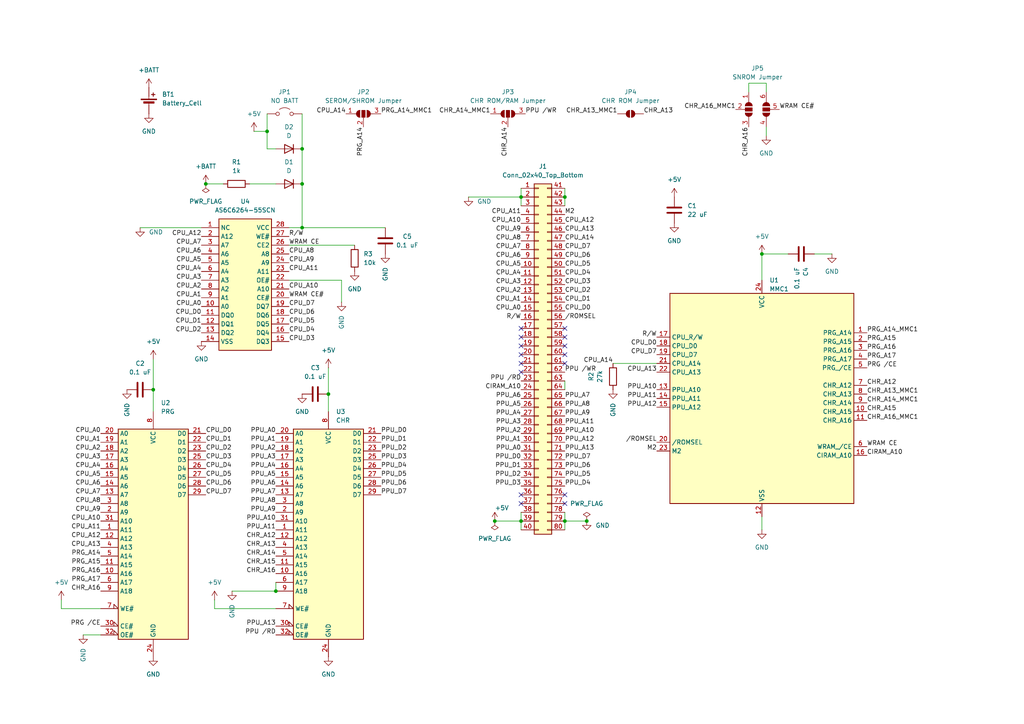
<source format=kicad_sch>
(kicad_sch (version 20250114) (generator "eeschema") (generator_version "9.0")
  (paper "A4")
  (lib_symbols
    (symbol "Connector_Generic:Conn_02x40_Top_Bottom" (pin_names (offset 1.016) (hide yes))
      (property "Reference" "J" (at 1.27 50.8 0))
      (property "Value" "Conn_02x40_Top_Bottom" (at 1.27 -53.34 0))
      (symbol "Conn_02x40_Top_Bottom_1_1"
        (rectangle (start -1.27 49.53) (end 3.81 -52.07) (stroke (width 0.254)) (fill (type background)))
        (rectangle (start -1.27 48.387) (end 0 48.133) (stroke (width 0.1524)))
        (rectangle (start -1.27 45.847) (end 0 45.593) (stroke (width 0.1524)))
        (rectangle (start -1.27 43.307) (end 0 43.053) (stroke (width 0.1524)))
        (rectangle (start -1.27 40.767) (end 0 40.513) (stroke (width 0.1524)))
        (rectangle (start -1.27 38.227) (end 0 37.973) (stroke (width 0.1524)))
        (rectangle (start -1.27 35.687) (end 0 35.433) (stroke (width 0.1524)))
        (rectangle (start -1.27 33.147) (end 0 32.893) (stroke (width 0.1524)))
        (rectangle (start -1.27 30.607) (end 0 30.353) (stroke (width 0.1524)))
        (rectangle (start -1.27 28.067) (end 0 27.813) (stroke (width 0.1524)))
        (rectangle (start -1.27 25.527) (end 0 25.273) (stroke (width 0.1524)))
        (rectangle (start -1.27 22.987) (end 0 22.733) (stroke (width 0.1524)))
        (rectangle (start -1.27 20.447) (end 0 20.193) (stroke (width 0.1524)))
        (rectangle (start -1.27 17.907) (end 0 17.653) (stroke (width 0.1524)))
        (rectangle (start -1.27 15.367) (end 0 15.113) (stroke (width 0.1524)))
        (rectangle (start -1.27 12.827) (end 0 12.573) (stroke (width 0.1524)))
        (rectangle (start -1.27 10.287) (end 0 10.033) (stroke (width 0.1524)))
        (rectangle (start -1.27 7.747) (end 0 7.493) (stroke (width 0.1524)))
        (rectangle (start -1.27 5.207) (end 0 4.953) (stroke (width 0.1524)))
        (rectangle (start -1.27 2.667) (end 0 2.413) (stroke (width 0.1524)))
        (rectangle (start -1.27 0.127) (end 0 -0.127) (stroke (width 0.1524)))
        (rectangle (start -1.27 -2.413) (end 0 -2.667) (stroke (width 0.1524)))
        (rectangle (start -1.27 -4.953) (end 0 -5.207) (stroke (width 0.1524)))
        (rectangle (start -1.27 -7.493) (end 0 -7.747) (stroke (width 0.1524)))
        (rectangle (start -1.27 -10.033) (end 0 -10.287) (stroke (width 0.1524)))
        (rectangle (start -1.27 -12.573) (end 0 -12.827) (stroke (width 0.1524)))
        (rectangle (start -1.27 -15.113) (end 0 -15.367) (stroke (width 0.1524)))
        (rectangle (start -1.27 -17.653) (end 0 -17.907) (stroke (width 0.1524)))
        (rectangle (start -1.27 -20.193) (end 0 -20.447) (stroke (width 0.1524)))
        (rectangle (start -1.27 -22.733) (end 0 -22.987) (stroke (width 0.1524)))
        (rectangle (start -1.27 -25.273) (end 0 -25.527) (stroke (width 0.1524)))
        (rectangle (start -1.27 -27.813) (end 0 -28.067) (stroke (width 0.1524)))
        (rectangle (start -1.27 -30.353) (end 0 -30.607) (stroke (width 0.1524)))
        (rectangle (start -1.27 -32.893) (end 0 -33.147) (stroke (width 0.1524)))
        (rectangle (start -1.27 -35.433) (end 0 -35.687) (stroke (width 0.1524)))
        (rectangle (start -1.27 -37.973) (end 0 -38.227) (stroke (width 0.1524)))
        (rectangle (start -1.27 -40.513) (end 0 -40.767) (stroke (width 0.1524)))
        (rectangle (start -1.27 -43.053) (end 0 -43.307) (stroke (width 0.1524)))
        (rectangle (start -1.27 -45.593) (end 0 -45.847) (stroke (width 0.1524)))
        (rectangle (start -1.27 -48.133) (end 0 -48.387) (stroke (width 0.1524)))
        (rectangle (start -1.27 -50.673) (end 0 -50.927) (stroke (width 0.1524)))
        (rectangle (start 3.81 48.387) (end 2.54 48.133) (stroke (width 0.1524)))
        (rectangle (start 3.81 45.847) (end 2.54 45.593) (stroke (width 0.1524)))
        (rectangle (start 3.81 43.307) (end 2.54 43.053) (stroke (width 0.1524)))
        (rectangle (start 3.81 40.767) (end 2.54 40.513) (stroke (width 0.1524)))
        (rectangle (start 3.81 38.227) (end 2.54 37.973) (stroke (width 0.1524)))
        (rectangle (start 3.81 35.687) (end 2.54 35.433) (stroke (width 0.1524)))
        (rectangle (start 3.81 33.147) (end 2.54 32.893) (stroke (width 0.1524)))
        (rectangle (start 3.81 30.607) (end 2.54 30.353) (stroke (width 0.1524)))
        (rectangle (start 3.81 28.067) (end 2.54 27.813) (stroke (width 0.1524)))
        (rectangle (start 3.81 25.527) (end 2.54 25.273) (stroke (width 0.1524)))
        (rectangle (start 3.81 22.987) (end 2.54 22.733) (stroke (width 0.1524)))
        (rectangle (start 3.81 20.447) (end 2.54 20.193) (stroke (width 0.1524)))
        (rectangle (start 3.81 17.907) (end 2.54 17.653) (stroke (width 0.1524)))
        (rectangle (start 3.81 15.367) (end 2.54 15.113) (stroke (width 0.1524)))
        (rectangle (start 3.81 12.827) (end 2.54 12.573) (stroke (width 0.1524)))
        (rectangle (start 3.81 10.287) (end 2.54 10.033) (stroke (width 0.1524)))
        (rectangle (start 3.81 7.747) (end 2.54 7.493) (stroke (width 0.1524)))
        (rectangle (start 3.81 5.207) (end 2.54 4.953) (stroke (width 0.1524)))
        (rectangle (start 3.81 2.667) (end 2.54 2.413) (stroke (width 0.1524)))
        (rectangle (start 3.81 0.127) (end 2.54 -0.127) (stroke (width 0.1524)))
        (rectangle (start 3.81 -2.413) (end 2.54 -2.667) (stroke (width 0.1524)))
        (rectangle (start 3.81 -4.953) (end 2.54 -5.207) (stroke (width 0.1524)))
        (rectangle (start 3.81 -7.493) (end 2.54 -7.747) (stroke (width 0.1524)))
        (rectangle (start 3.81 -10.033) (end 2.54 -10.287) (stroke (width 0.1524)))
        (rectangle (start 3.81 -12.573) (end 2.54 -12.827) (stroke (width 0.1524)))
        (rectangle (start 3.81 -15.113) (end 2.54 -15.367) (stroke (width 0.1524)))
        (rectangle (start 3.81 -17.653) (end 2.54 -17.907) (stroke (width 0.1524)))
        (rectangle (start 3.81 -20.193) (end 2.54 -20.447) (stroke (width 0.1524)))
        (rectangle (start 3.81 -22.733) (end 2.54 -22.987) (stroke (width 0.1524)))
        (rectangle (start 3.81 -25.273) (end 2.54 -25.527) (stroke (width 0.1524)))
        (rectangle (start 3.81 -27.813) (end 2.54 -28.067) (stroke (width 0.1524)))
        (rectangle (start 3.81 -30.353) (end 2.54 -30.607) (stroke (width 0.1524)))
        (rectangle (start 3.81 -32.893) (end 2.54 -33.147) (stroke (width 0.1524)))
        (rectangle (start 3.81 -35.433) (end 2.54 -35.687) (stroke (width 0.1524)))
        (rectangle (start 3.81 -37.973) (end 2.54 -38.227) (stroke (width 0.1524)))
        (rectangle (start 3.81 -40.513) (end 2.54 -40.767) (stroke (width 0.1524)))
        (rectangle (start 3.81 -43.053) (end 2.54 -43.307) (stroke (width 0.1524)))
        (rectangle (start 3.81 -45.593) (end 2.54 -45.847) (stroke (width 0.1524)))
        (rectangle (start 3.81 -48.133) (end 2.54 -48.387) (stroke (width 0.1524)))
        (rectangle (start 3.81 -50.673) (end 2.54 -50.927) (stroke (width 0.1524)))
        (pin passive line (at -5.08 48.26 0) (length 3.81) (name "Pin_1") (number "1"))
        (pin passive line (at -5.08 45.72 0) (length 3.81) (name "Pin_2") (number "2"))
        (pin passive line (at -5.08 43.18 0) (length 3.81) (name "Pin_3") (number "3"))
        (pin passive line (at -5.08 40.64 0) (length 3.81) (name "Pin_4") (number "4"))
        (pin passive line (at -5.08 38.1 0) (length 3.81) (name "Pin_5") (number "5"))
        (pin passive line (at -5.08 35.56 0) (length 3.81) (name "Pin_6") (number "6"))
        (pin passive line (at -5.08 33.02 0) (length 3.81) (name "Pin_7") (number "7"))
        (pin passive line (at -5.08 30.48 0) (length 3.81) (name "Pin_8") (number "8"))
        (pin passive line (at -5.08 27.94 0) (length 3.81) (name "Pin_9") (number "9"))
        (pin passive line (at -5.08 25.4 0) (length 3.81) (name "Pin_10") (number "10"))
        (pin passive line (at -5.08 22.86 0) (length 3.81) (name "Pin_11") (number "11"))
        (pin passive line (at -5.08 20.32 0) (length 3.81) (name "Pin_12") (number "12"))
        (pin passive line (at -5.08 17.78 0) (length 3.81) (name "Pin_13") (number "13"))
        (pin passive line (at -5.08 15.24 0) (length 3.81) (name "Pin_14") (number "14"))
        (pin passive line (at -5.08 12.7 0) (length 3.81) (name "Pin_15") (number "15"))
        (pin passive line (at -5.08 10.16 0) (length 3.81) (name "Pin_16") (number "16"))
        (pin passive line (at -5.08 7.62 0) (length 3.81) (name "Pin_17") (number "17"))
        (pin passive line (at -5.08 5.08 0) (length 3.81) (name "Pin_18") (number "18"))
        (pin passive line (at -5.08 2.54 0) (length 3.81) (name "Pin_19") (number "19"))
        (pin passive line (at -5.08 0 0) (length 3.81) (name "Pin_20") (number "20"))
        (pin passive line (at -5.08 -2.54 0) (length 3.81) (name "Pin_21") (number "21"))
        (pin passive line (at -5.08 -5.08 0) (length 3.81) (name "Pin_22") (number "22"))
        (pin passive line (at -5.08 -7.62 0) (length 3.81) (name "Pin_23") (number "23"))
        (pin passive line (at -5.08 -10.16 0) (length 3.81) (name "Pin_24") (number "24"))
        (pin passive line (at -5.08 -12.7 0) (length 3.81) (name "Pin_25") (number "25"))
        (pin passive line (at -5.08 -15.24 0) (length 3.81) (name "Pin_26") (number "26"))
        (pin passive line (at -5.08 -17.78 0) (length 3.81) (name "Pin_27") (number "27"))
        (pin passive line (at -5.08 -20.32 0) (length 3.81) (name "Pin_28") (number "28"))
        (pin passive line (at -5.08 -22.86 0) (length 3.81) (name "Pin_29") (number "29"))
        (pin passive line (at -5.08 -25.4 0) (length 3.81) (name "Pin_30") (number "30"))
        (pin passive line (at -5.08 -27.94 0) (length 3.81) (name "Pin_31") (number "31"))
        (pin passive line (at -5.08 -30.48 0) (length 3.81) (name "Pin_32") (number "32"))
        (pin passive line (at -5.08 -33.02 0) (length 3.81) (name "Pin_33") (number "33"))
        (pin passive line (at -5.08 -35.56 0) (length 3.81) (name "Pin_34") (number "34"))
        (pin passive line (at -5.08 -38.1 0) (length 3.81) (name "Pin_35") (number "35"))
        (pin passive line (at -5.08 -40.64 0) (length 3.81) (name "Pin_36") (number "36"))
        (pin passive line (at -5.08 -43.18 0) (length 3.81) (name "Pin_37") (number "37"))
        (pin passive line (at -5.08 -45.72 0) (length 3.81) (name "Pin_38") (number "38"))
        (pin passive line (at -5.08 -48.26 0) (length 3.81) (name "Pin_39") (number "39"))
        (pin passive line (at -5.08 -50.8 0) (length 3.81) (name "Pin_40") (number "40"))
        (pin passive line (at 7.62 48.26 180) (length 3.81) (name "Pin_41") (number "41"))
        (pin passive line (at 7.62 45.72 180) (length 3.81) (name "Pin_42") (number "42"))
        (pin passive line (at 7.62 43.18 180) (length 3.81) (name "Pin_43") (number "43"))
        (pin passive line (at 7.62 40.64 180) (length 3.81) (name "Pin_44") (number "44"))
        (pin passive line (at 7.62 38.1 180) (length 3.81) (name "Pin_45") (number "45"))
        (pin passive line (at 7.62 35.56 180) (length 3.81) (name "Pin_46") (number "46"))
        (pin passive line (at 7.62 33.02 180) (length 3.81) (name "Pin_47") (number "47"))
        (pin passive line (at 7.62 30.48 180) (length 3.81) (name "Pin_48") (number "48"))
        (pin passive line (at 7.62 27.94 180) (length 3.81) (name "Pin_49") (number "49"))
        (pin passive line (at 7.62 25.4 180) (length 3.81) (name "Pin_50") (number "50"))
        (pin passive line (at 7.62 22.86 180) (length 3.81) (name "Pin_51") (number "51"))
        (pin passive line (at 7.62 20.32 180) (length 3.81) (name "Pin_52") (number "52"))
        (pin passive line (at 7.62 17.78 180) (length 3.81) (name "Pin_53") (number "53"))
        (pin passive line (at 7.62 15.24 180) (length 3.81) (name "Pin_54") (number "54"))
        (pin passive line (at 7.62 12.7 180) (length 3.81) (name "Pin_55") (number "55"))
        (pin passive line (at 7.62 10.16 180) (length 3.81) (name "Pin_56") (number "56"))
        (pin passive line (at 7.62 7.62 180) (length 3.81) (name "Pin_57") (number "57"))
        (pin passive line (at 7.62 5.08 180) (length 3.81) (name "Pin_58") (number "58"))
        (pin passive line (at 7.62 2.54 180) (length 3.81) (name "Pin_59") (number "59"))
        (pin passive line (at 7.62 0 180) (length 3.81) (name "Pin_60") (number "60"))
        (pin passive line (at 7.62 -2.54 180) (length 3.81) (name "Pin_61") (number "61"))
        (pin passive line (at 7.62 -5.08 180) (length 3.81) (name "Pin_62") (number "62"))
        (pin passive line (at 7.62 -7.62 180) (length 3.81) (name "Pin_63") (number "63"))
        (pin passive line (at 7.62 -10.16 180) (length 3.81) (name "Pin_64") (number "64"))
        (pin passive line (at 7.62 -12.7 180) (length 3.81) (name "Pin_65") (number "65"))
        (pin passive line (at 7.62 -15.24 180) (length 3.81) (name "Pin_66") (number "66"))
        (pin passive line (at 7.62 -17.78 180) (length 3.81) (name "Pin_67") (number "67"))
        (pin passive line (at 7.62 -20.32 180) (length 3.81) (name "Pin_68") (number "68"))
        (pin passive line (at 7.62 -22.86 180) (length 3.81) (name "Pin_69") (number "69"))
        (pin passive line (at 7.62 -25.4 180) (length 3.81) (name "Pin_70") (number "70"))
        (pin passive line (at 7.62 -27.94 180) (length 3.81) (name "Pin_71") (number "71"))
        (pin passive line (at 7.62 -30.48 180) (length 3.81) (name "Pin_72") (number "72"))
        (pin passive line (at 7.62 -33.02 180) (length 3.81) (name "Pin_73") (number "73"))
        (pin passive line (at 7.62 -35.56 180) (length 3.81) (name "Pin_74") (number "74"))
        (pin passive line (at 7.62 -38.1 180) (length 3.81) (name "Pin_75") (number "75"))
        (pin passive line (at 7.62 -40.64 180) (length 3.81) (name "Pin_76") (number "76"))
        (pin passive line (at 7.62 -43.18 180) (length 3.81) (name "Pin_77") (number "77"))
        (pin passive line (at 7.62 -45.72 180) (length 3.81) (name "Pin_78") (number "78"))
        (pin passive line (at 7.62 -48.26 180) (length 3.81) (name "Pin_79") (number "79"))
        (pin passive line (at 7.62 -50.8 180) (length 3.81) (name "Pin_80") (number "80"))
      )
    )
    (symbol "Device:Battery_Cell" (pin_numbers (hide yes)) (pin_names (offset 0) (hide yes))
      (property "Reference" "BT" (at 2.54 2.54 0))
      (property "Value" "Battery_Cell" (at 2.54 0 0))
      (symbol "Battery_Cell_0_1"
        (rectangle (start -2.286 1.778) (end 2.286 1.524) (fill (type outline)))
        (rectangle (start -1.524 1.016) (end 1.524 0.508) (fill (type outline)))
        (polyline (pts (xy 0 1.778) (xy 0 2.54)))
        (polyline (pts (xy 0 0.762) (xy 0 0)))
        (polyline (pts (xy 0.762 3.048) (xy 1.778 3.048)) (stroke (width 0.254)))
        (polyline (pts (xy 1.27 3.556) (xy 1.27 2.54)) (stroke (width 0.254)))
      )
      (symbol "Battery_Cell_1_1"
        (pin passive line (at 0 5.08 270) (length 2.54) (name "+") (number "1"))
        (pin passive line (at 0 -2.54 90) (length 2.54) (name "-") (number "2"))
      )
    )
    (symbol "Device:C" (pin_numbers (hide yes)) (pin_names (offset 0.254))
      (property "Reference" "C" (at 0.635 2.54 0))
      (property "Value" "C" (at 0.635 -2.54 0))
      (symbol "C_0_1"
        (polyline (pts (xy -2.032 0.762) (xy 2.032 0.762)) (stroke (width 0.508)))
        (polyline (pts (xy -2.032 -0.762) (xy 2.032 -0.762)) (stroke (width 0.508)))
      )
      (symbol "C_1_1"
        (pin passive line (at 0 3.81 270) (length 2.794) (name "~") (number "1"))
        (pin passive line (at 0 -3.81 90) (length 2.794) (name "~") (number "2"))
      )
    )
    (symbol "Device:D" (pin_numbers (hide yes)) (pin_names (offset 1.016) (hide yes))
      (property "Reference" "D" (at 0 2.54 0))
      (property "Value" "D" (at 0 -2.54 0))
      (symbol "D_0_1"
        (polyline (pts (xy -1.27 1.27) (xy -1.27 -1.27)) (stroke (width 0.254)))
        (polyline (pts (xy 1.27 1.27) (xy 1.27 -1.27) (xy -1.27 0) (xy 1.27 1.27)) (stroke (width 0.254)))
        (polyline (pts (xy 1.27 0) (xy -1.27 0)))
      )
      (symbol "D_1_1"
        (pin passive line (at -3.81 0 0) (length 2.54) (name "K") (number "1"))
        (pin passive line (at 3.81 0 180) (length 2.54) (name "A") (number "2"))
      )
    )
    (symbol "Device:R" (pin_numbers (hide yes)) (pin_names (offset 0))
      (property "Reference" "R" (at 2.032 0 90))
      (property "Value" "R" (at 0 0 90))
      (symbol "R_0_1"
        (rectangle (start -1.016 -2.54) (end 1.016 2.54) (stroke (width 0.254)))
      )
      (symbol "R_1_1"
        (pin passive line (at 0 3.81 270) (length 1.27) (name "~") (number "1"))
        (pin passive line (at 0 -3.81 90) (length 1.27) (name "~") (number "2"))
      )
    )
    (symbol "Jumper:Jumper_2_Open" (pin_numbers (hide yes)) (pin_names (offset 0) (hide yes)) (exclude_from_sim yes)
      (property "Reference" "JP" (at 0 2.794 0))
      (property "Value" "Jumper_2_Open" (at 0 -2.286 0))
      (symbol "Jumper_2_Open_0_0"
        (circle (center -2.032 0) (radius 0.508))
        (circle (center 2.032 0) (radius 0.508))
      )
      (symbol "Jumper_2_Open_0_1"
        (arc (start -1.524 1.27) (mid 0 1.778) (end 1.524 1.27))
      )
      (symbol "Jumper_2_Open_1_1"
        (pin passive line (at -5.08 0 0) (length 2.54) (name "A") (number "1"))
        (pin passive line (at 5.08 0 180) (length 2.54) (name "B") (number "2"))
      )
    )
    (symbol "Jumper:SolderJumper_2_Open" (pin_numbers (hide yes)) (pin_names (offset 0) (hide yes)) (exclude_from_sim yes) (in_bom no)
      (property "Reference" "JP" (at 0 2.032 0))
      (property "Value" "SolderJumper_2_Open" (at 0 -2.54 0))
      (symbol "SolderJumper_2_Open_0_1"
        (polyline (pts (xy -0.254 1.016) (xy -0.254 -1.016)))
        (arc (start -0.254 -1.016) (mid -1.2656 0) (end -0.254 1.016))
        (arc (start -0.254 -1.016) (mid -1.2656 0) (end -0.254 1.016) (fill (type outline)))
        (arc (start 0.254 1.016) (mid 1.2656 0) (end 0.254 -1.016))
        (arc (start 0.254 1.016) (mid 1.2656 0) (end 0.254 -1.016) (fill (type outline)))
        (polyline (pts (xy 0.254 1.016) (xy 0.254 -1.016)))
      )
      (symbol "SolderJumper_2_Open_1_1"
        (pin passive line (at -3.81 0 0) (length 2.54) (name "A") (number "1"))
        (pin passive line (at 3.81 0 180) (length 2.54) (name "B") (number "2"))
      )
    )
    (symbol "Jumper:SolderJumper_3_Open" (pin_names (offset 0) (hide yes)) (exclude_from_sim yes) (in_bom no)
      (property "Reference" "JP" (at -2.54 -2.54 0))
      (property "Value" "SolderJumper_3_Open" (at 0 2.794 0))
      (symbol "SolderJumper_3_Open_0_1"
        (polyline (pts (xy -2.54 0) (xy -2.032 0)))
        (polyline (pts (xy -1.016 1.016) (xy -1.016 -1.016)))
        (arc (start -1.016 -1.016) (mid -2.0276 0) (end -1.016 1.016))
        (arc (start -1.016 -1.016) (mid -2.0276 0) (end -1.016 1.016) (fill (type outline)))
        (rectangle (start -0.508 1.016) (end 0.508 -1.016) (fill (type outline)))
        (polyline (pts (xy 0 -1.27) (xy 0 -1.016)))
        (arc (start 1.016 1.016) (mid 2.0276 0) (end 1.016 -1.016))
        (arc (start 1.016 1.016) (mid 2.0276 0) (end 1.016 -1.016) (fill (type outline)))
        (polyline (pts (xy 1.016 1.016) (xy 1.016 -1.016)))
        (polyline (pts (xy 2.54 0) (xy 2.032 0)))
      )
      (symbol "SolderJumper_3_Open_1_1"
        (pin passive line (at -5.08 0 0) (length 2.54) (name "A") (number "1"))
        (pin passive line (at 0 -3.81 90) (length 2.54) (name "C") (number "2"))
        (pin passive line (at 5.08 0 180) (length 2.54) (name "B") (number "3"))
      )
    )
    (symbol "TNY-SKROM:AS6C6264-55SCN"
      (property "Reference" "U" (at 21.59 7.62 0))
      (property "Value" "AS6C6264-55SCN" (at 21.59 5.08 0))
      (symbol "AS6C6264-55SCN_1_1"
        (rectangle (start 5.08 2.54) (end 20.32 -35.56) (stroke (width 0.254)) (fill (type background)))
        (pin power_in line (at 0 0 0) (length 5.08) (name "NC") (number "1"))
        (pin passive line (at 0 -2.54 0) (length 5.08) (name "A12") (number "2"))
        (pin passive line (at 0 -5.08 0) (length 5.08) (name "A7") (number "3"))
        (pin passive line (at 0 -7.62 0) (length 5.08) (name "A6") (number "4"))
        (pin passive line (at 0 -10.16 0) (length 5.08) (name "A5") (number "5"))
        (pin passive line (at 0 -12.7 0) (length 5.08) (name "A4") (number "6"))
        (pin passive line (at 0 -15.24 0) (length 5.08) (name "A3") (number "7"))
        (pin passive line (at 0 -17.78 0) (length 5.08) (name "A2") (number "8"))
        (pin passive line (at 0 -20.32 0) (length 5.08) (name "A1") (number "9"))
        (pin passive line (at 0 -22.86 0) (length 5.08) (name "A0") (number "10"))
        (pin passive line (at 0 -25.4 0) (length 5.08) (name "DQ0") (number "11"))
        (pin passive line (at 0 -27.94 0) (length 5.08) (name "DQ1") (number "12"))
        (pin passive line (at 0 -30.48 0) (length 5.08) (name "DQ2") (number "13"))
        (pin passive line (at 0 -33.02 0) (length 5.08) (name "VSS") (number "14"))
        (pin passive line (at 25.4 0 180) (length 5.08) (name "VCC") (number "28"))
        (pin passive line (at 25.4 -2.54 180) (length 5.08) (name "WE#") (number "27"))
        (pin passive line (at 25.4 -5.08 180) (length 5.08) (name "CE2") (number "26"))
        (pin passive line (at 25.4 -7.62 180) (length 5.08) (name "A8") (number "25"))
        (pin passive line (at 25.4 -10.16 180) (length 5.08) (name "A9") (number "24"))
        (pin passive line (at 25.4 -12.7 180) (length 5.08) (name "A11") (number "23"))
        (pin passive line (at 25.4 -15.24 180) (length 5.08) (name "OE#") (number "22"))
        (pin passive line (at 25.4 -17.78 180) (length 5.08) (name "A10") (number "21"))
        (pin passive line (at 25.4 -20.32 180) (length 5.08) (name "CE#") (number "20"))
        (pin passive line (at 25.4 -22.86 180) (length 5.08) (name "DQ7") (number "19"))
        (pin passive line (at 25.4 -25.4 180) (length 5.08) (name "DQ6") (number "18"))
        (pin passive line (at 25.4 -27.94 180) (length 5.08) (name "DQ5") (number "17"))
        (pin passive line (at 25.4 -30.48 180) (length 5.08) (name "DQ4") (number "16"))
        (pin passive line (at 25.4 -33.02 180) (length 5.08) (name "DQ3") (number "15"))
      )
    )
    (symbol "TNY-SKROM:MMC1"
      (property "Reference" "U" (at -22.86 32.004 0))
      (symbol "MMC1_0_1"
        (rectangle (start -26.67 30.48) (end 26.67 -30.48) (stroke (width 0.254)) (fill (type background)))
      )
      (symbol "MMC1_1_1"
        (pin input line (at -30.48 17.78 0) (length 3.81) (name "CPU_R/W") (number "17"))
        (pin input line (at -30.48 15.24 0) (length 3.81) (name "CPU_D0") (number "18"))
        (pin input line (at -30.48 12.7 0) (length 3.81) (name "CPU_D7") (number "19"))
        (pin input line (at -30.48 10.16 0) (length 3.81) (name "CPU_A14") (number "21"))
        (pin input line (at -30.48 7.62 0) (length 3.81) (name "CPU_A13") (number "22"))
        (pin input line (at -30.48 2.54 0) (length 3.81) (name "PPU_A10") (number "13"))
        (pin input line (at -30.48 0 0) (length 3.81) (name "PPU_A11") (number "14"))
        (pin input line (at -30.48 -2.54 0) (length 3.81) (name "PPU_A12") (number "15"))
        (pin input line (at -30.48 -12.7 0) (length 3.81) (name "/ROMSEL") (number "20"))
        (pin input line (at -30.48 -15.24 0) (length 3.81) (name "M2") (number "23"))
        (pin power_in line (at 0 34.29 270) (length 3.81) (name "VCC") (number "24"))
        (pin power_in line (at 0 -34.29 90) (length 3.81) (name "VSS") (number "12"))
        (pin output line (at 30.48 19.05 180) (length 3.81) (name "PRG_A14") (number "1"))
        (pin output line (at 30.48 16.51 180) (length 3.81) (name "PRG_A15") (number "2"))
        (pin output line (at 30.48 13.97 180) (length 3.81) (name "PRG_A16") (number "3"))
        (pin output line (at 30.48 11.43 180) (length 3.81) (name "PRG_A17") (number "4"))
        (pin output line (at 30.48 8.89 180) (length 3.81) (name "PRG_/CE") (number "5"))
        (pin output line (at 30.48 3.81 180) (length 3.81) (name "CHR_A12") (number "7"))
        (pin output line (at 30.48 1.27 180) (length 3.81) (name "CHR_A13") (number "8"))
        (pin output line (at 30.48 -1.27 180) (length 3.81) (name "CHR_A14") (number "9"))
        (pin output line (at 30.48 -3.81 180) (length 3.81) (name "CHR_A15") (number "10"))
        (pin output line (at 30.48 -6.35 180) (length 3.81) (name "CHR_A16") (number "11"))
        (pin output line (at 30.48 -13.97 180) (length 3.81) (name "WRAM_/CE") (number "6"))
        (pin output line (at 30.48 -16.51 180) (length 3.81) (name "CIRAM_A10") (number "16"))
      )
    )
    (symbol "TNY-SKROM:SST39SF040"
      (property "Reference" "U" (at 2.54 33.02 0))
      (property "Value" "SST39SF040" (at 0 -30.48 0))
      (symbol "SST39SF040_0_1"
        (rectangle (start -10.16 31.75) (end 10.16 -29.21) (stroke (width 0.254)) (fill (type background)))
      )
      (symbol "SST39SF040_1_0"
        (pin power_in line (at 0 36.83 270) (length 5.08) (name "VCC") (number "8"))
        (pin power_in line (at 0 -34.29 90) (length 5.08) (name "GND") (number "24"))
      )
      (symbol "SST39SF040_1_1"
        (pin input line (at -15.24 30.48 0) (length 5.08) (name "A0") (number "20"))
        (pin input line (at -15.24 27.94 0) (length 5.08) (name "A1") (number "19"))
        (pin input line (at -15.24 25.4 0) (length 5.08) (name "A2") (number "18"))
        (pin input line (at -15.24 22.86 0) (length 5.08) (name "A3") (number "17"))
        (pin input line (at -15.24 20.32 0) (length 5.08) (name "A4") (number "16"))
        (pin input line (at -15.24 17.78 0) (length 5.08) (name "A5") (number "15"))
        (pin input line (at -15.24 15.24 0) (length 5.08) (name "A6") (number "14"))
        (pin input line (at -15.24 12.7 0) (length 5.08) (name "A7") (number "13"))
        (pin input line (at -15.24 10.16 0) (length 5.08) (name "A8") (number "3"))
        (pin input line (at -15.24 7.62 0) (length 5.08) (name "A9") (number "2"))
        (pin input line (at -15.24 5.08 0) (length 5.08) (name "A10") (number "31"))
        (pin input line (at -15.24 2.54 0) (length 5.08) (name "A11") (number "1"))
        (pin input line (at -15.24 0 0) (length 5.08) (name "A12") (number "12"))
        (pin input line (at -15.24 -2.54 0) (length 5.08) (name "A13") (number "4"))
        (pin input line (at -15.24 -5.08 0) (length 5.08) (name "A14") (number "5"))
        (pin input line (at -15.24 -7.62 0) (length 5.08) (name "A15") (number "11"))
        (pin input line (at -15.24 -10.16 0) (length 5.08) (name "A16") (number "10"))
        (pin input line (at -15.24 -12.7 0) (length 5.08) (name "A17") (number "6"))
        (pin input line (at -15.24 -15.24 0) (length 5.08) (name "A18") (number "9"))
        (pin input input_low (at -15.24 -20.32 0) (length 5.08) (name "WE#") (number "7"))
        (pin input input_low (at -15.24 -25.4 0) (length 5.08) (name "CE#") (number "30"))
        (pin input input_low (at -15.24 -27.94 0) (length 5.08) (name "OE#") (number "32"))
        (pin tri_state line (at 15.24 30.48 180) (length 5.08) (name "D0") (number "21"))
        (pin tri_state line (at 15.24 27.94 180) (length 5.08) (name "D1") (number "22"))
        (pin tri_state line (at 15.24 25.4 180) (length 5.08) (name "D2") (number "23"))
        (pin tri_state line (at 15.24 22.86 180) (length 5.08) (name "D3") (number "25"))
        (pin tri_state line (at 15.24 20.32 180) (length 5.08) (name "D4") (number "26"))
        (pin tri_state line (at 15.24 17.78 180) (length 5.08) (name "D5") (number "27"))
        (pin tri_state line (at 15.24 15.24 180) (length 5.08) (name "D6") (number "28"))
        (pin tri_state line (at 15.24 12.7 180) (length 5.08) (name "D7") (number "29"))
      )
    )
    (symbol "TNY-SKROM:SolderJumper_3_Open_Dual" (pin_names (offset 0) (hide yes)) (exclude_from_sim yes) (in_bom no)
      (property "Reference" "JP" (at -2.54 -2.54 0))
      (property "Value" "SolderJumper_3_Open_Dual" (at 0 2.794 0))
      (symbol "SolderJumper_3_Open_Dual_0_1"
        (polyline (pts (xy -2.54 5.08) (xy -2.032 5.08)))
        (polyline (pts (xy -2.54 0) (xy -2.032 0)))
        (polyline (pts (xy -1.016 4.064) (xy -1.016 6.096)))
        (polyline (pts (xy -1.016 1.016) (xy -1.016 -1.016)))
        (arc (start -1.016 4.064) (mid -2.0276 5.08) (end -1.016 6.096))
        (arc (start -1.016 4.064) (mid -2.0276 5.08) (end -1.016 6.096) (fill (type outline)))
        (arc (start -1.016 -1.016) (mid -2.0276 0) (end -1.016 1.016))
        (arc (start -1.016 -1.016) (mid -2.0276 0) (end -1.016 1.016) (fill (type outline)))
        (rectangle (start -0.508 1.016) (end 0.508 -1.016) (fill (type outline)))
        (polyline (pts (xy 0 6.35) (xy 0 6.096)))
        (polyline (pts (xy 0 -1.27) (xy 0 -1.016)))
        (rectangle (start 0.508 4.064) (end -0.508 6.096) (fill (type outline)))
        (arc (start 1.016 6.096) (mid 2.0276 5.08) (end 1.016 4.064))
        (arc (start 1.016 6.096) (mid 2.0276 5.08) (end 1.016 4.064) (fill (type outline)))
        (arc (start 1.016 1.016) (mid 2.0276 0) (end 1.016 -1.016))
        (arc (start 1.016 1.016) (mid 2.0276 0) (end 1.016 -1.016) (fill (type outline)))
        (polyline (pts (xy 1.016 4.064) (xy 1.016 6.096)))
        (polyline (pts (xy 1.016 1.016) (xy 1.016 -1.016)))
        (polyline (pts (xy 2.54 5.08) (xy 2.032 5.08)))
        (polyline (pts (xy 2.54 0) (xy 2.032 0)))
      )
      (symbol "SolderJumper_3_Open_Dual_1_1"
        (pin passive line (at -5.08 5.08 0) (length 2.54) (name "B") (number "6"))
        (pin passive line (at -5.08 0 0) (length 2.54) (name "A") (number "1"))
        (pin passive line (at 0 8.89 270) (length 2.54) (name "C") (number "5"))
        (pin passive line (at 0 -3.81 90) (length 2.54) (name "C") (number "2"))
        (pin passive line (at 5.08 5.08 180) (length 2.54) (name "A") (number "4"))
        (pin passive line (at 5.08 0 180) (length 2.54) (name "B") (number "3"))
      )
    )
    (symbol "power:+5V" (power) (pin_numbers (hide yes)) (pin_names (offset 0) (hide yes))
      (property "Value" "+5V" (at 0 3.556 0))
      (symbol "+5V_0_1"
        (polyline (pts (xy -0.762 1.27) (xy 0 2.54)))
        (polyline (pts (xy 0 2.54) (xy 0.762 1.27)))
        (polyline (pts (xy 0 0) (xy 0 2.54)))
      )
      (symbol "+5V_1_1"
        (pin power_in line (at 0 0 90) (length 0) (name "~") (number "1"))
      )
    )
    (symbol "power:+BATT" (power) (pin_numbers (hide yes)) (pin_names (offset 0) (hide yes))
      (property "Value" "+BATT" (at 0 3.556 0))
      (symbol "+BATT_0_1"
        (polyline (pts (xy -0.762 1.27) (xy 0 2.54)))
        (polyline (pts (xy 0 2.54) (xy 0.762 1.27)))
        (polyline (pts (xy 0 0) (xy 0 2.54)))
      )
      (symbol "+BATT_1_1"
        (pin power_in line (at 0 0 90) (length 0) (name "~") (number "1"))
      )
    )
    (symbol "power:GND" (power) (pin_numbers (hide yes)) (pin_names (offset 0) (hide yes))
      (property "Value" "GND" (at 0 -3.81 0))
      (symbol "GND_0_1"
        (polyline (pts (xy 0 0) (xy 0 -1.27) (xy 1.27 -1.27) (xy 0 -2.54) (xy -1.27 -1.27) (xy 0 -1.27)))
      )
      (symbol "GND_1_1"
        (pin power_in line (at 0 0 270) (length 0) (name "~") (number "1"))
      )
    )
    (symbol "power:PWR_FLAG" (power) (pin_numbers (hide yes)) (pin_names (offset 0) (hide yes))
      (property "Value" "PWR_FLAG" (at 0 3.81 0))
      (symbol "PWR_FLAG_0_0"
        (pin power_out line (at 0 0 90) (length 0) (name "~") (number "1"))
      )
      (symbol "PWR_FLAG_0_1"
        (polyline (pts (xy 0 0) (xy 0 1.27) (xy -1.016 1.905) (xy 0 2.54) (xy 1.016 1.905) (xy 0 1.27)))
      )
    )
  )
  (junction (at 220.98 73.66))
  (junction (at 143.51 151.13))
  (junction (at 87.63 53.34))
  (junction (at 163.83 151.13))
  (junction (at 170.18 151.13))
  (junction (at 87.63 43.18))
  (junction (at 59.69 53.34))
  (junction (at 87.63 66.04))
  (junction (at 80.01 171.45))
  (junction (at 163.83 57.15))
  (junction (at 151.13 57.15))
  (junction (at 151.13 151.13))
  (junction (at 95.25 114.3))
  (junction (at 77.47 38.1))
  (junction (at 44.45 113.03))
  (no_connect (at 151.13 143.51))
  (no_connect (at 151.13 105.41))
  (no_connect (at 163.83 143.51))
  (no_connect (at 163.83 95.25))
  (no_connect (at 151.13 107.95))
  (no_connect (at 163.83 102.87))
  (no_connect (at 163.83 97.79))
  (no_connect (at 151.13 100.33))
  (no_connect (at 151.13 95.25))
  (no_connect (at 151.13 97.79))
  (no_connect (at 151.13 146.05))
  (no_connect (at 163.83 146.05))
  (no_connect (at 163.83 105.41))
  (no_connect (at 151.13 102.87))
  (no_connect (at 163.83 100.33))
  (wire (pts (xy 73.66 38.1) (xy 77.47 38.1)))
  (wire (pts (xy 220.98 73.66) (xy 220.98 81.28)))
  (wire (pts (xy 217.17 26.67) (xy 217.17 24.13)))
  (wire (pts (xy 40.64 66.04) (xy 58.42 66.04)))
  (wire (pts (xy 163.83 110.49) (xy 163.83 113.03)))
  (wire (pts (xy 87.63 33.02) (xy 87.63 43.18)))
  (wire (pts (xy 163.83 148.59) (xy 163.83 151.13)))
  (wire (pts (xy 83.82 81.28) (xy 99.06 81.28)))
  (wire (pts (xy 80.01 168.91) (xy 80.01 171.45)))
  (wire (pts (xy 17.78 173.99) (xy 17.78 176.53)))
  (wire (pts (xy 151.13 57.15) (xy 151.13 59.69)))
  (wire (pts (xy 135.89 57.15) (xy 151.13 57.15)))
  (wire (pts (xy 95.25 114.3) (xy 95.25 119.38)))
  (wire (pts (xy 87.63 53.34) (xy 87.63 66.04)))
  (wire (pts (xy 87.63 66.04) (xy 111.76 66.04)))
  (wire (pts (xy 163.83 54.61) (xy 163.83 57.15)))
  (wire (pts (xy 44.45 113.03) (xy 44.45 119.38)))
  (wire (pts (xy 220.98 73.66) (xy 228.6 73.66)))
  (wire (pts (xy 44.45 104.14) (xy 44.45 113.03)))
  (wire (pts (xy 143.51 151.13) (xy 151.13 151.13)))
  (wire (pts (xy 62.23 176.53) (xy 62.23 173.99)))
  (wire (pts (xy 99.06 81.28) (xy 99.06 87.63)))
  (wire (pts (xy 80.01 43.18) (xy 77.47 43.18)))
  (wire (pts (xy 17.78 176.53) (xy 29.21 176.53)))
  (wire (pts (xy 67.31 171.45) (xy 80.01 171.45)))
  (wire (pts (xy 163.83 57.15) (xy 163.83 59.69)))
  (wire (pts (xy 177.8 105.41) (xy 190.5 105.41)))
  (wire (pts (xy 222.25 36.83) (xy 222.25 39.37)))
  (wire (pts (xy 72.39 53.34) (xy 80.01 53.34)))
  (wire (pts (xy 236.22 73.66) (xy 241.3 73.66)))
  (wire (pts (xy 83.82 71.12) (xy 102.87 71.12)))
  (wire (pts (xy 220.98 149.86) (xy 220.98 153.67)))
  (wire (pts (xy 95.25 106.68) (xy 95.25 114.3)))
  (wire (pts (xy 151.13 151.13) (xy 151.13 153.67)))
  (wire (pts (xy 87.63 43.18) (xy 87.63 53.34)))
  (wire (pts (xy 151.13 148.59) (xy 151.13 151.13)))
  (wire (pts (xy 163.83 151.13) (xy 170.18 151.13)))
  (wire (pts (xy 151.13 54.61) (xy 151.13 57.15)))
  (wire (pts (xy 83.82 66.04) (xy 87.63 66.04)))
  (wire (pts (xy 77.47 43.18) (xy 77.47 38.1)))
  (wire (pts (xy 163.83 151.13) (xy 163.83 153.67)))
  (wire (pts (xy 80.01 176.53) (xy 62.23 176.53)))
  (wire (pts (xy 217.17 24.13) (xy 222.25 24.13)))
  (wire (pts (xy 222.25 24.13) (xy 222.25 26.67)))
  (wire (pts (xy 24.13 184.15) (xy 29.21 184.15)))
  (wire (pts (xy 77.47 38.1) (xy 77.47 33.02)))
  (wire (pts (xy 59.69 53.34) (xy 64.77 53.34)))
  (label "CPU_D7" (at 59.69 143.51 0))
  (label "PPU_A12" (at 190.5 118.11 180))
  (label "PPU_A10" (at 190.5 113.03 180))
  (label "CPU_D2" (at 59.69 130.81 0))
  (label "CPU_A0" (at 58.42 88.9 180))
  (label "CPU_D0" (at 163.83 90.17 0))
  (label "CPU_A11" (at 83.82 78.74 0))
  (label "PRG {slash}CE" (at 251.46 106.68 0))
  (label "CPU_A6" (at 29.21 140.97 180))
  (label "PPU_D1" (at 110.49 128.27 0))
  (label "CPU_A1" (at 29.21 128.27 180))
  (label "CPU_A7" (at 151.13 72.39 180))
  (label "PPU {slash}RD" (at 151.13 110.49 180))
  (label "PPU_D4" (at 110.49 135.89 0))
  (label "PPU_D7" (at 163.83 133.35 0))
  (label "CHR_A13_MMC1" (at 179.07 33.02 180))
  (label "CPU_D3" (at 163.83 82.55 0))
  (label "CHR_A16" (at 217.17 36.83 270))
  (label "WRAM CE" (at 83.82 71.12 0))
  (label "CHR_A12" (at 80.01 156.21 180))
  (label "CPU_A1" (at 151.13 87.63 180))
  (label "CPU_D1" (at 59.69 128.27 0))
  (label "CPU_A12" (at 29.21 156.21 180))
  (label "PRG_A15" (at 29.21 163.83 180))
  (label "PPU_D7" (at 110.49 143.51 0))
  (label "CPU_A12" (at 163.83 64.77 0))
  (label "PRG_A14_MMC1" (at 110.49 33.02 0))
  (label "CHR_A13_MMC1" (at 251.46 114.3 0))
  (label "PPU {slash}WR" (at 163.83 107.95 0))
  (label "PRG_A15" (at 251.46 99.06 0))
  (label "PPU_A5" (at 80.01 138.43 180))
  (label "CPU_A11" (at 151.13 62.23 180))
  (label "WRAM CE#" (at 226.06 31.75 0))
  (label "PPU_A11" (at 80.01 153.67 180))
  (label "CPU_A4" (at 151.13 80.01 180))
  (label "CPU_D2" (at 163.83 85.09 0))
  (label "CHR_A14_MMC1" (at 251.46 116.84 0))
  (label "PPU_A13" (at 80.01 181.61 180))
  (label "CPU_A8" (at 83.82 73.66 0))
  (label "CPU_D6" (at 163.83 74.93 0))
  (label "PPU_A6" (at 80.01 140.97 180))
  (label "PPU_A9" (at 163.83 120.65 0))
  (label "PRG {slash}CE" (at 29.21 181.61 180))
  (label "CHR_A12" (at 251.46 111.76 0))
  (label "PPU_D0" (at 151.13 133.35 180))
  (label "PRG_A14_MMC1" (at 251.46 96.52 0))
  (label "CPU_A2" (at 58.42 83.82 180))
  (label "PPU_A5" (at 151.13 118.11 180))
  (label "CHR_A14" (at 80.01 161.29 180))
  (label "CPU_D5" (at 163.83 77.47 0))
  (label "CHR_A16_MMC1" (at 251.46 121.92 0))
  (label "PPU_A7" (at 163.83 115.57 0))
  (label "PRG_A17" (at 251.46 104.14 0))
  (label "PPU_A7" (at 80.01 143.51 180))
  (label "CPU_A10" (at 83.82 83.82 0))
  (label "CPU_A13" (at 190.5 107.95 180))
  (label "PPU_A10" (at 80.01 151.13 180))
  (label "CPU_D2" (at 58.42 96.52 180))
  (label "CHR_A14" (at 147.32 36.83 270))
  (label "CHR_A13" (at 186.69 33.02 0))
  (label "PPU_A3" (at 80.01 133.35 180))
  (label "CPU_D6" (at 83.82 91.44 0))
  (label "PPU_D2" (at 151.13 138.43 180))
  (label "PPU_A1" (at 151.13 128.27 180))
  (label "PRG_A14" (at 105.41 36.83 270))
  (label "CPU_A9" (at 151.13 67.31 180))
  (label "PPU_A8" (at 163.83 118.11 0))
  (label "PPU {slash}RD" (at 80.01 184.15 180))
  (label "M2" (at 190.5 130.81 180))
  (label "CPU_D3" (at 59.69 133.35 0))
  (label "CPU_A1" (at 58.42 86.36 180))
  (label "CIRAM_A10" (at 151.13 113.03 180))
  (label "PPU_D5" (at 163.83 138.43 0))
  (label "PPU_D2" (at 110.49 130.81 0))
  (label "CPU_A6" (at 58.42 73.66 180))
  (label "CPU_A10" (at 29.21 151.13 180))
  (label "R{slash}W" (at 190.5 97.79 180))
  (label "R{slash}W" (at 151.13 92.71 180))
  (label "PPU_A9" (at 80.01 148.59 180))
  (label "CPU_A8" (at 29.21 146.05 180))
  (label "PPU_D3" (at 151.13 140.97 180))
  (label "CPU_A7" (at 58.42 71.12 180))
  (label "CPU_D6" (at 59.69 140.97 0))
  (label "PPU_A11" (at 190.5 115.57 180))
  (label "PPU {slash}WR" (at 152.4 33.02 0))
  (label "PPU_A12" (at 163.83 128.27 0))
  (label "CPU_A7" (at 29.21 143.51 180))
  (label "PPU_D5" (at 110.49 138.43 0))
  (label "CPU_D4" (at 163.83 80.01 0))
  (label "PPU_D4" (at 163.83 140.97 0))
  (label "CPU_A4" (at 29.21 135.89 180))
  (label "CPU_D0" (at 190.5 100.33 180))
  (label "CPU_A10" (at 151.13 64.77 180))
  (label "M2" (at 163.83 62.23 0))
  (label "CPU_A9" (at 29.21 148.59 180))
  (label "CPU_A2" (at 29.21 130.81 180))
  (label "CPU_A12" (at 58.42 68.58 180))
  (label "CHR_A14_MMC1" (at 142.24 33.02 180))
  (label "CPU_D0" (at 58.42 91.44 180))
  (label "CPU_A14" (at 177.8 105.41 180))
  (label "CPU_A3" (at 151.13 82.55 180))
  (label "CPU_A5" (at 151.13 77.47 180))
  (label "WRAM CE" (at 251.46 129.54 0))
  (label "PPU_D0" (at 110.49 125.73 0))
  (label "PPU_A11" (at 163.83 123.19 0))
  (label "PPU_A2" (at 151.13 125.73 180))
  (label "CPU_A13" (at 163.83 67.31 0))
  (label "CPU_D0" (at 59.69 125.73 0))
  (label "CPU_D5" (at 59.69 138.43 0))
  (label "CPU_D5" (at 83.82 93.98 0))
  (label "CPU_D7" (at 83.82 88.9 0))
  (label "CPU_A6" (at 151.13 74.93 180))
  (label "CPU_D1" (at 58.42 93.98 180))
  (label "PPU_D6" (at 110.49 140.97 0))
  (label "CPU_A9" (at 83.82 76.2 0))
  (label "PPU_D1" (at 151.13 135.89 180))
  (label "CPU_D4" (at 59.69 135.89 0))
  (label "PPU_A10" (at 163.83 125.73 0))
  (label "CPU_A3" (at 58.42 81.28 180))
  (label "PPU_A6" (at 151.13 115.57 180))
  (label "PPU_A4" (at 151.13 120.65 180))
  (label "CHR_A15" (at 251.46 119.38 0))
  (label "PPU_A4" (at 80.01 135.89 180))
  (label "CPU_D4" (at 83.82 96.52 0))
  (label "CPU_A8" (at 151.13 69.85 180))
  (label "PPU_A0" (at 80.01 125.73 180))
  (label "CPU_A14" (at 100.33 33.02 180))
  (label "CPU_D7" (at 163.83 72.39 0))
  (label "PPU_D3" (at 110.49 133.35 0))
  (label "CHR_A16" (at 29.21 171.45 180))
  (label "PRG_A16" (at 29.21 166.37 180))
  (label "CPU_A2" (at 151.13 85.09 180))
  (label "CPU_A0" (at 151.13 90.17 180))
  (label "CPU_A3" (at 29.21 133.35 180))
  (label "PPU_A2" (at 80.01 130.81 180))
  (label "WRAM CE#" (at 83.82 86.36 0))
  (label "CPU_A4" (at 58.42 78.74 180))
  (label "CHR_A16_MMC1" (at 213.36 31.75 180))
  (label "PPU_A3" (at 151.13 123.19 180))
  (label "CPU_A5" (at 58.42 76.2 180))
  (label "PPU_A0" (at 151.13 130.81 180))
  (label "PRG_A17" (at 29.21 168.91 180))
  (label "PPU_D6" (at 163.83 135.89 0))
  (label "CPU_A0" (at 29.21 125.73 180))
  (label "CIRAM_A10" (at 251.46 132.08 0))
  (label "{slash}ROMSEL" (at 190.5 128.27 180))
  (label "PRG_A14" (at 29.21 161.29 180))
  (label "{slash}ROMSEL" (at 163.83 92.71 0))
  (label "CPU_A13" (at 29.21 158.75 180))
  (label "CHR_A15" (at 80.01 163.83 180))
  (label "CPU_A5" (at 29.21 138.43 180))
  (label "CPU_A11" (at 29.21 153.67 180))
  (label "PPU_A1" (at 80.01 128.27 180))
  (label "CPU_D3" (at 83.82 99.06 0))
  (label "R{slash}W" (at 83.82 68.58 0))
  (label "PPU_A13" (at 163.83 130.81 0))
  (label "PRG_A16" (at 251.46 101.6 0))
  (label "CPU_D1" (at 163.83 87.63 0))
  (label "CPU_A14" (at 163.83 69.85 0))
  (label "CHR_A16" (at 80.01 166.37 180))
  (label "CPU_D7" (at 190.5 102.87 180))
  (label "CHR_A13" (at 80.01 158.75 180))
  (label "PPU_A8" (at 80.01 146.05 180))
  (symbol (lib_id "Jumper:SolderJumper_3_Open") (at 147.32 33.02 0) (unit 1) (exclude_from_sim yes) (in_bom no)
    (property "Reference" "JP3" (at 147.32 26.67 0))
    (property "Value" "CHR ROM/RAM Jumper" (at 147.32 29.21 0))
    (property "Footprint" "TNY_SKROM:CHR A14 Jumper" (effects (hide yes)))
    (property "Description" "Solder Jumper, 3-pole, open" (effects (hide yes)))
  )
  (symbol (lib_id "TNY-SKROM:SST39SF040") (at 95.25 156.21 0) (unit 1)
    (property "Reference" "U3" (at 97.4441 119.38 0) (effects (justify left)))
    (property "Value" "CHR" (at 97.4441 121.92 0) (effects (justify left)))
    (property "Footprint" "TNY_SKROM:TSOP-32" (effects (hide yes)))
    (property "Description" "Silicon Storage Technology (SSF) 512k x 8 Flash ROM" (effects (hide yes)))
  )
  (symbol (lib_id "power:GND") (at 195.58 64.77 0) (unit 1)
    (property "Reference" "#PWR010" (effects (hide yes)))
    (property "Value" "GND" (at 195.58 69.85 0))
    (property "Description" "Power symbol creates a global label with name \"GND\" , ground" (effects (hide yes)))
  )
  (symbol (lib_id "power:GND") (at 36.83 113.03 0) (unit 1)
    (property "Reference" "#PWR01" (effects (hide yes)))
    (property "Value" "GND" (at 36.8299 116.84 90) (effects (justify right)))
    (property "Description" "Power symbol creates a global label with name \"GND\" , ground" (effects (hide yes)))
  )
  (symbol (lib_id "power:PWR_FLAG") (at 170.18 151.13 0) (unit 1)
    (property "Reference" "#FLG02" (effects (hide yes)))
    (property "Value" "PWR_FLAG" (at 170.18 146.05 0))
    (property "Description" "Special symbol for telling ERC where power comes from" (effects (hide yes)))
  )
  (symbol (lib_id "power:GND") (at 87.63 114.3 0) (unit 1)
    (property "Reference" "#PWR02" (effects (hide yes)))
    (property "Value" "GND" (at 87.63 119.38 0))
    (property "Description" "Power symbol creates a global label with name \"GND\" , ground" (effects (hide yes)))
  )
  (symbol (lib_id "Device:Battery_Cell") (at 43.18 30.48 0) (unit 1)
    (property "Reference" "BT1" (at 46.99 27.3684 0) (effects (justify left)))
    (property "Value" "Battery_Cell" (at 46.99 29.9084 0) (effects (justify left)))
    (property "Footprint" "TNY_SKROM:Tabbed CR2016" (effects (hide yes)))
    (property "Description" "Single-cell battery" (effects (hide yes)))
  )
  (symbol (lib_id "Connector_Generic:Conn_02x40_Top_Bottom") (at 156.21 102.87 0) (unit 1)
    (property "Reference" "J1" (at 157.48 48.26 0))
    (property "Value" "Conn_02x40_Top_Bottom" (at 157.48 50.8 0))
    (property "Footprint" "TNY_SKROM:TNY-SKROM Edge Connector" (effects (hide yes)))
    (property "Description" "Generic connector, double row, 02x40, top/bottom pin numbering scheme (row 1: 1...pins_per_row, row2: pins_per_row+1 ... num_pins), script generated (kicad-library-utils/schlib/autogen/connector/)" (effects (hide yes)))
  )
  (symbol (lib_id "Device:C") (at 91.44 114.3 270) (unit 1)
    (property "Reference" "C3" (at 91.44 106.68 90))
    (property "Value" "0.1 uF" (at 91.44 109.22 90))
    (property "Footprint" "Capacitor_SMD:C_0603_1608Metric" (effects (hide yes)))
    (property "Description" "Unpolarized capacitor" (effects (hide yes)))
  )
  (symbol (lib_id "Device:R") (at 68.58 53.34 90) (unit 1)
    (property "Reference" "R1" (at 68.58 46.99 90))
    (property "Value" "1k" (at 68.58 49.53 90))
    (property "Footprint" "Resistor_SMD:R_0603_1608Metric" (effects (hide yes)))
    (property "Description" "Resistor" (effects (hide yes)))
  )
  (symbol (lib_id "power:PWR_FLAG") (at 143.51 151.13 180) (unit 1)
    (property "Reference" "#FLG01" (effects (hide yes)))
    (property "Value" "PWR_FLAG" (at 143.51 156.21 0))
    (property "Description" "Special symbol for telling ERC where power comes from" (effects (hide yes)))
  )
  (symbol (lib_id "power:GND") (at 135.89 57.15 0) (unit 1)
    (property "Reference" "#PWR012" (effects (hide yes)))
    (property "Value" "GND" (at 138.43 58.4199 0) (effects (justify left)))
    (property "Description" "Power symbol creates a global label with name \"GND\" , ground" (effects (hide yes)))
  )
  (symbol (lib_id "power:GND") (at 95.25 190.5 0) (unit 1)
    (property "Reference" "#PWR028" (effects (hide yes)))
    (property "Value" "GND" (at 95.25 195.58 0))
    (property "Description" "Power symbol creates a global label with name \"GND\" , ground" (effects (hide yes)))
  )
  (symbol (lib_id "power:GND") (at 67.31 171.45 0) (unit 1)
    (property "Reference" "#PWR031" (effects (hide yes)))
    (property "Value" "GND" (at 67.3099 175.26 90) (effects (justify right)))
    (property "Description" "Power symbol creates a global label with name \"GND\" , ground" (effects (hide yes)))
  )
  (symbol (lib_id "power:PWR_FLAG") (at 59.69 53.34 180) (unit 1)
    (property "Reference" "#FLG03" (effects (hide yes)))
    (property "Value" "PWR_FLAG" (at 59.69 58.42 0))
    (property "Description" "Special symbol for telling ERC where power comes from" (effects (hide yes)))
  )
  (symbol (lib_id "power:GND") (at 24.13 184.15 0) (unit 1)
    (property "Reference" "#PWR030" (effects (hide yes)))
    (property "Value" "GND" (at 24.1299 187.96 90) (effects (justify right)))
    (property "Description" "Power symbol creates a global label with name \"GND\" , ground" (effects (hide yes)))
  )
  (symbol (lib_id "power:+5V") (at 62.23 173.99 0) (unit 1)
    (property "Reference" "#PWR013" (effects (hide yes)))
    (property "Value" "+5V" (at 62.23 168.91 0))
    (property "Description" "Power symbol creates a global label with name \"+5V\"" (effects (hide yes)))
  )
  (symbol (lib_id "TNY-SKROM:AS6C6264-55SCN") (at 58.42 66.04 0) (unit 1)
    (property "Reference" "U4" (at 71.12 58.42 0))
    (property "Value" "AS6C6264-55SCN" (at 71.12 60.96 0))
    (property "Footprint" "TNY_SKROM:AS6C6264-55SCN" (effects (hide yes)))
    (property "Datasheet" "https://www.alliancememory.com/wp-content/uploads/pdf/Alliance%20Memory_64K_AS6C6264v2.0July2017.pdf" (effects (hide yes)))
    (property "Description" "SRAM 64K, 2.7-5.5V, 55ns 8K x 8 Asynch SRAM" (effects (hide yes)))
    (property "Height" "3.048" (effects (hide yes)))
    (property "Manufacturer_Name" "Alliance Memory" (effects (hide yes)))
    (property "Manufacturer_Part_Number" "AS6C6264-55SCN" (effects (hide yes)))
    (property "Mouser Part Number" "913-AS6C6264-55SCN" (effects (hide yes)))
    (property "Mouser Price/Stock" "https://www.mouser.co.uk/ProductDetail/Alliance-Memory/AS6C6264-55SCN?qs=LD2UibpCYJq5mmbqgDVBYw%3D%3D" (effects (hide yes)))
  )
  (symbol (lib_id "power:+5V") (at 195.58 57.15 0) (unit 1)
    (property "Reference" "#PWR09" (effects (hide yes)))
    (property "Value" "+5V" (at 195.58 52.07 0))
    (property "Description" "Power symbol creates a global label with name \"+5V\"" (effects (hide yes)))
  )
  (symbol (lib_id "power:+5V") (at 143.51 151.13 0) (unit 1)
    (property "Reference" "#PWR015" (effects (hide yes)))
    (property "Value" "+5V" (at 143.5101 147.32 0) (effects (justify left)))
    (property "Description" "Power symbol creates a global label with name \"+5V\"" (effects (hide yes)))
  )
  (symbol (lib_id "Device:R") (at 102.87 74.93 0) (unit 1)
    (property "Reference" "R3" (at 105.41 73.6599 0) (effects (justify left)))
    (property "Value" "10k" (at 105.41 76.1999 0) (effects (justify left)))
    (property "Footprint" "Resistor_SMD:R_0603_1608Metric" (effects (hide yes)))
    (property "Description" "Resistor" (effects (hide yes)))
  )
  (symbol (lib_id "power:GND") (at 40.64 66.04 0) (unit 1)
    (property "Reference" "#PWR020" (effects (hide yes)))
    (property "Value" "GND" (at 43.18 67.3099 0) (effects (justify left)))
    (property "Description" "Power symbol creates a global label with name \"GND\" , ground" (effects (hide yes)))
  )
  (symbol (lib_id "power:GND") (at 99.06 87.63 0) (unit 1)
    (property "Reference" "#PWR022" (effects (hide yes)))
    (property "Value" "GND" (at 99.0601 91.44 90) (effects (justify right)))
    (property "Description" "Power symbol creates a global label with name \"GND\" , ground" (effects (hide yes)))
  )
  (symbol (lib_id "power:+5V") (at 17.78 173.99 0) (unit 1)
    (property "Reference" "#PWR07" (effects (hide yes)))
    (property "Value" "+5V" (at 17.78 168.91 0))
    (property "Description" "Power symbol creates a global label with name \"+5V\"" (effects (hide yes)))
  )
  (symbol (lib_id "power:+5V") (at 73.66 38.1 0) (unit 1)
    (property "Reference" "#PWR06" (effects (hide yes)))
    (property "Value" "+5V" (at 73.66 33.02 0))
    (property "Description" "Power symbol creates a global label with name \"+5V\"" (effects (hide yes)))
  )
  (symbol (lib_id "TNY-SKROM:SolderJumper_3_Open_Dual") (at 217.17 31.75 270) (unit 1) (exclude_from_sim yes) (in_bom no)
    (property "Reference" "JP5" (at 219.71 19.812 90))
    (property "Value" "SNROM Jumper" (at 219.71 22.352 90))
    (property "Footprint" "TNY_SKROM:SNROM Jumper" (effects (hide yes)))
    (property "Description" "Solder Jumper, 3-pole, open" (effects (hide yes)))
  )
  (symbol (lib_id "power:GND") (at 102.87 78.74 0) (unit 1)
    (property "Reference" "#PWR033" (effects (hide yes)))
    (property "Value" "GND" (at 102.87 83.82 0))
    (property "Description" "Power symbol creates a global label with name \"GND\" , ground" (effects (hide yes)))
  )
  (symbol (lib_id "Device:C") (at 195.58 60.96 0) (unit 1)
    (property "Reference" "C1" (at 199.39 59.6899 0) (effects (justify left)))
    (property "Value" "22 uF" (at 199.39 62.2299 0) (effects (justify left)))
    (property "Footprint" "Capacitor_SMD:C_1206_3216Metric" (effects (hide yes)))
    (property "Description" "Unpolarized capacitor" (effects (hide yes)))
  )
  (symbol (lib_id "power:+BATT") (at 43.18 25.4 0) (unit 1)
    (property "Reference" "#PWR034" (effects (hide yes)))
    (property "Value" "+BATT" (at 43.18 20.32 0))
    (property "Description" "Power symbol creates a global label with name \"+BATT\"" (effects (hide yes)))
  )
  (symbol (lib_id "power:GND") (at 222.25 39.37 0) (unit 1)
    (property "Reference" "#PWR011" (effects (hide yes)))
    (property "Value" "GND" (at 222.25 44.45 0))
    (property "Description" "Power symbol creates a global label with name \"GND\" , ground" (effects (hide yes)))
  )
  (symbol (lib_id "power:GND") (at 111.76 73.66 0) (unit 1)
    (property "Reference" "#PWR04" (effects (hide yes)))
    (property "Value" "GND" (at 111.7601 77.47 90) (effects (justify right)))
    (property "Description" "Power symbol creates a global label with name \"GND\" , ground" (effects (hide yes)))
  )
  (symbol (lib_id "Device:D") (at 83.82 53.34 180) (unit 1)
    (property "Reference" "D1" (at 83.82 46.99 0))
    (property "Value" "D" (at 83.82 49.53 0))
    (property "Footprint" "TNY_SKROM:D_SOD-123" (effects (hide yes)))
    (property "Description" "Diode" (effects (hide yes)))
    (property "Sim.Device" "D" (effects (hide yes)))
    (property "Sim.Pins" "1=K 2=A" (effects (hide yes)))
  )
  (symbol (lib_id "Device:C") (at 232.41 73.66 270) (unit 1)
    (property "Reference" "C4" (at 233.6801 77.47 0) (effects (justify left)))
    (property "Value" "0.1 uF" (at 231.1401 77.47 0) (effects (justify left)))
    (property "Footprint" "Capacitor_SMD:C_0603_1608Metric" (effects (hide yes)))
    (property "Description" "Unpolarized capacitor" (effects (hide yes)))
  )
  (symbol (lib_id "power:GND") (at 220.98 153.67 0) (unit 1)
    (property "Reference" "#PWR023" (effects (hide yes)))
    (property "Value" "GND" (at 220.98 158.75 0))
    (property "Description" "Power symbol creates a global label with name \"GND\" , ground" (effects (hide yes)))
  )
  (symbol (lib_id "power:GND") (at 177.8 113.03 0) (unit 1)
    (property "Reference" "#PWR08" (effects (hide yes)))
    (property "Value" "GND" (at 177.7999 116.84 90) (effects (justify right)))
    (property "Description" "Power symbol creates a global label with name \"GND\" , ground" (effects (hide yes)))
  )
  (symbol (lib_id "Device:R") (at 177.8 109.22 0) (unit 1)
    (property "Reference" "R2" (at 171.45 109.22 90))
    (property "Value" "27k" (at 173.99 109.22 90))
    (property "Footprint" "Resistor_SMD:R_0603_1608Metric" (effects (hide yes)))
    (property "Description" "Resistor" (effects (hide yes)))
  )
  (symbol (lib_id "power:+5V") (at 220.98 73.66 0) (unit 1)
    (property "Reference" "#PWR025" (effects (hide yes)))
    (property "Value" "+5V" (at 220.98 68.58 0))
    (property "Description" "Power symbol creates a global label with name \"+5V\"" (effects (hide yes)))
  )
  (symbol (lib_id "Jumper:SolderJumper_3_Open") (at 105.41 33.02 0) (unit 1) (exclude_from_sim yes) (in_bom no)
    (property "Reference" "JP2" (at 105.41 26.67 0))
    (property "Value" "SEROM/SHROM Jumper" (at 105.41 29.21 0))
    (property "Footprint" "TNY_SKROM:SEROM_SHROM Jumper" (effects (hide yes)))
    (property "Description" "Solder Jumper, 3-pole, open" (effects (hide yes)))
  )
  (symbol (lib_id "Device:C") (at 40.64 113.03 90) (unit 1)
    (property "Reference" "C2" (at 40.64 105.41 90))
    (property "Value" "0.1 uF" (at 40.64 107.95 90))
    (property "Footprint" "Capacitor_SMD:C_0603_1608Metric" (effects (hide yes)))
    (property "Description" "Unpolarized capacitor" (effects (hide yes)))
  )
  (symbol (lib_id "power:+5V") (at 95.25 106.68 0) (unit 1)
    (property "Reference" "#PWR026" (effects (hide yes)))
    (property "Value" "+5V" (at 95.25 101.6 0))
    (property "Description" "Power symbol creates a global label with name \"+5V\"" (effects (hide yes)))
  )
  (symbol (lib_id "power:+5V") (at 44.45 104.14 0) (unit 1)
    (property "Reference" "#PWR027" (effects (hide yes)))
    (property "Value" "+5V" (at 44.45 99.06 0))
    (property "Description" "Power symbol creates a global label with name \"+5V\"" (effects (hide yes)))
  )
  (symbol (lib_id "power:GND") (at 241.3 73.66 0) (unit 1)
    (property "Reference" "#PWR03" (effects (hide yes)))
    (property "Value" "GND" (at 241.3 78.74 0))
    (property "Description" "Power symbol creates a global label with name \"GND\" , ground" (effects (hide yes)))
  )
  (symbol (lib_id "Device:D") (at 83.82 43.18 180) (unit 1)
    (property "Reference" "D2" (at 83.82 36.83 0))
    (property "Value" "D" (at 83.82 39.37 0))
    (property "Footprint" "TNY_SKROM:D_SOD-123" (effects (hide yes)))
    (property "Description" "Diode" (effects (hide yes)))
    (property "Sim.Device" "D" (effects (hide yes)))
    (property "Sim.Pins" "1=K 2=A" (effects (hide yes)))
  )
  (symbol (lib_id "TNY-SKROM:MMC1") (at 220.98 115.57 0) (unit 1)
    (property "Reference" "U1" (at 223.1741 81.28 0) (effects (justify left)))
    (property "Value" "MMC1" (at 223.1741 83.82 0) (effects (justify left)))
    (property "Footprint" "TNY_SKROM:MMC1" (effects (hide yes)))
  )
  (symbol (lib_id "TNY-SKROM:SST39SF040") (at 44.45 156.21 0) (unit 1)
    (property "Reference" "U2" (at 46.6441 116.84 0) (effects (justify left)))
    (property "Value" "PRG" (at 46.6441 119.38 0) (effects (justify left)))
    (property "Footprint" "TNY_SKROM:TSOP-32" (effects (hide yes)))
    (property "Datasheet" "http://ww1.microchip.com/downloads/en/DeviceDoc/25022B.pdf" (effects (hide yes)))
    (property "Description" "Silicon Storage Technology (SSF) 512k x 8 Flash ROM" (effects (hide yes)))
  )
  (symbol (lib_id "power:GND") (at 58.42 99.06 0) (unit 1)
    (property "Reference" "#PWR021" (effects (hide yes)))
    (property "Value" "GND" (at 58.42 104.14 0))
    (property "Description" "Power symbol creates a global label with name \"GND\" , ground" (effects (hide yes)))
  )
  (symbol (lib_id "power:GND") (at 43.18 33.02 0) (unit 1)
    (property "Reference" "#PWR035" (effects (hide yes)))
    (property "Value" "GND" (at 43.18 38.1 0))
    (property "Description" "Power symbol creates a global label with name \"GND\" , ground" (effects (hide yes)))
  )
  (symbol (lib_id "power:GND") (at 44.45 190.5 0) (unit 1)
    (property "Reference" "#PWR029" (effects (hide yes)))
    (property "Value" "GND" (at 44.45 195.58 0))
    (property "Description" "Power symbol creates a global label with name \"GND\" , ground" (effects (hide yes)))
  )
  (symbol (lib_id "Jumper:SolderJumper_2_Open") (at 182.88 33.02 0) (unit 1) (exclude_from_sim yes) (in_bom no)
    (property "Reference" "JP4" (at 182.88 26.67 0))
    (property "Value" "CHR ROM Jumper" (at 182.88 29.21 0))
    (property "Footprint" "TNY_SKROM:CHR A13 Jumper" (effects (hide yes)))
    (property "Description" "Solder Jumper, 2-pole, open" (effects (hide yes)))
  )
  (symbol (lib_id "power:+BATT") (at 59.69 53.34 0) (unit 1)
    (property "Reference" "#PWR05" (effects (hide yes)))
    (property "Value" "+BATT" (at 59.69 48.26 0))
    (property "Description" "Power symbol creates a global label with name \"+BATT\"" (effects (hide yes)))
  )
  (symbol (lib_id "power:GND") (at 170.18 151.13 0) (unit 1)
    (property "Reference" "#PWR018" (effects (hide yes)))
    (property "Value" "GND" (at 172.72 152.3999 0) (effects (justify left)))
    (property "Description" "Power symbol creates a global label with name \"GND\" , ground" (effects (hide yes)))
  )
  (symbol (lib_id "Jumper:Jumper_2_Open") (at 82.55 33.02 0) (unit 1) (exclude_from_sim yes)
    (property "Reference" "JP1" (at 82.55 26.67 0))
    (property "Value" "NO BATT" (at 82.55 29.21 0))
    (property "Footprint" "Jumper:SolderJumper-2_P1.3mm_Open_Pad1.0x1.5mm" (effects (hide yes)))
    (property "Description" "Jumper, 2-pole, open" (effects (hide yes)))
  )
  (symbol (lib_id "Device:C") (at 111.76 69.85 0) (unit 1)
    (property "Reference" "C5" (at 118.11 68.58 0))
    (property "Value" "0.1 uF" (at 118.11 71.12 0))
    (property "Footprint" "Capacitor_SMD:C_0603_1608Metric" (effects (hide yes)))
    (property "Description" "Unpolarized capacitor" (effects (hide yes)))
  )
)
</source>
